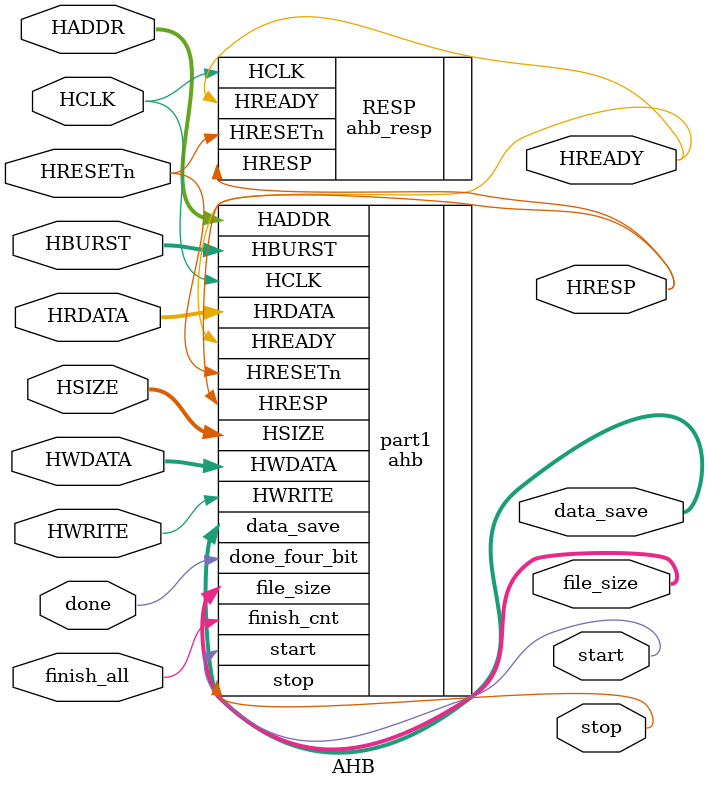
<source format=sv>
/* Description:  The wrapper file of AHB
*/

module AHB
(
input wire HCLK,
input wire HRESETn,
input wire [31:0] HADDR,
input wire [31:0] HRDATA,
input wire [31:0] HWDATA,
input wire HWRITE,
input wire [2:0] HBURST,
input wire [2:0] HSIZE,
input wire finish_all,
input wire done,
output reg HRESP,
output reg stop,
output reg start,
output reg [15:0] file_size,
output reg [31:0] data_save,
output reg HREADY
);

ahb part1(.HCLK(HCLK), .HRESETn(HRESETn), .HADDR(HADDR), .HRDATA(HRDATA), .HWDATA(HWDATA), .HWRITE(HWRITE), .HBURST(HBURST), .HSIZE(HSIZE),
		.finish_cnt(finish_all), .HRESP(HRESP), .done_four_bit(done), .stop(stop), .start(start), .file_size(file_size), .data_save(data_save), .HREADY(HREADY));

ahb_resp RESP(.HCLK(HCLK), .HRESETn(HRESETn), .HREADY(HREADY), .HRESP(HRESP));

endmodule
</source>
